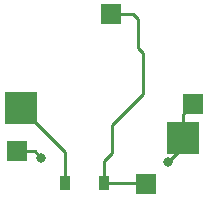
<source format=gbr>
%TF.GenerationSoftware,KiCad,Pcbnew,(5.1.10)-1*%
%TF.CreationDate,2022-02-15T17:38:39+08:00*%
%TF.ProjectId,single_switch_pcb,73696e67-6c65-45f7-9377-697463685f70,rev?*%
%TF.SameCoordinates,Original*%
%TF.FileFunction,Copper,L1,Top*%
%TF.FilePolarity,Positive*%
%FSLAX46Y46*%
G04 Gerber Fmt 4.6, Leading zero omitted, Abs format (unit mm)*
G04 Created by KiCad (PCBNEW (5.1.10)-1) date 2022-02-15 17:38:39*
%MOMM*%
%LPD*%
G01*
G04 APERTURE LIST*
%TA.AperFunction,ComponentPad*%
%ADD10R,1.700000X1.700000*%
%TD*%
%TA.AperFunction,SMDPad,CuDef*%
%ADD11R,0.900000X1.200000*%
%TD*%
%TA.AperFunction,SMDPad,CuDef*%
%ADD12R,2.750000X2.700000*%
%TD*%
%TA.AperFunction,ViaPad*%
%ADD13C,0.800000*%
%TD*%
%TA.AperFunction,Conductor*%
%ADD14C,0.250000*%
%TD*%
G04 APERTURE END LIST*
D10*
%TO.P,J2,1*%
%TO.N,Net-(D1-Pad1)*%
X188800000Y-95800000D03*
%TD*%
%TO.P,J3,1*%
%TO.N,Net-(D1-Pad1)*%
X191770000Y-110200000D03*
%TD*%
%TO.P,J4,1*%
%TO.N,Net-(J1-Pad1)*%
X195750000Y-103400000D03*
%TD*%
%TO.P,J1,1*%
%TO.N,Net-(J1-Pad1)*%
X180850000Y-107400000D03*
%TD*%
D11*
%TO.P,D1,2*%
%TO.N,Net-(D1-Pad2)*%
X184850000Y-110140000D03*
%TO.P,D1,1*%
%TO.N,Net-(D1-Pad1)*%
X188150000Y-110140000D03*
%TD*%
D12*
%TO.P,U1,2*%
%TO.N,Net-(D1-Pad2)*%
X181180000Y-103730000D03*
%TO.P,U1,1*%
%TO.N,Net-(J1-Pad1)*%
X194880000Y-106330000D03*
%TD*%
D13*
%TO.N,Net-(J1-Pad1)*%
X182880000Y-107950000D03*
X193600000Y-108300000D03*
%TD*%
D14*
%TO.N,Net-(D1-Pad2)*%
X181180000Y-103730000D02*
X181180000Y-104280000D01*
X181180000Y-103730000D02*
X181180000Y-103780000D01*
X184850000Y-107450000D02*
X184850000Y-110140000D01*
X181180000Y-103780000D02*
X184850000Y-107450000D01*
%TO.N,Net-(D1-Pad1)*%
X188800000Y-95800000D02*
X190650000Y-95800000D01*
X191065001Y-96215001D02*
X191065001Y-98665001D01*
X190650000Y-95800000D02*
X191065001Y-96215001D01*
X191065001Y-98665001D02*
X191450000Y-99050000D01*
X191450000Y-99050000D02*
X191450000Y-102600000D01*
X191450000Y-102600000D02*
X188850000Y-105200000D01*
X188850000Y-105200000D02*
X188850000Y-107550000D01*
X191710000Y-110140000D02*
X191770000Y-110200000D01*
X188150000Y-110140000D02*
X191710000Y-110140000D01*
X188150000Y-108250000D02*
X188850000Y-107550000D01*
X188150000Y-110140000D02*
X188150000Y-108250000D01*
%TO.N,Net-(J1-Pad1)*%
X193900000Y-107310000D02*
X194880000Y-106330000D01*
X194880000Y-104270000D02*
X195750000Y-103400000D01*
X194880000Y-106330000D02*
X194880000Y-104270000D01*
X182880000Y-107950000D02*
X182700000Y-107770000D01*
X182330000Y-107400000D02*
X182880000Y-107950000D01*
X180850000Y-107400000D02*
X182330000Y-107400000D01*
X194880000Y-107020000D02*
X193600000Y-108300000D01*
X194880000Y-106330000D02*
X194880000Y-107020000D01*
%TD*%
M02*

</source>
